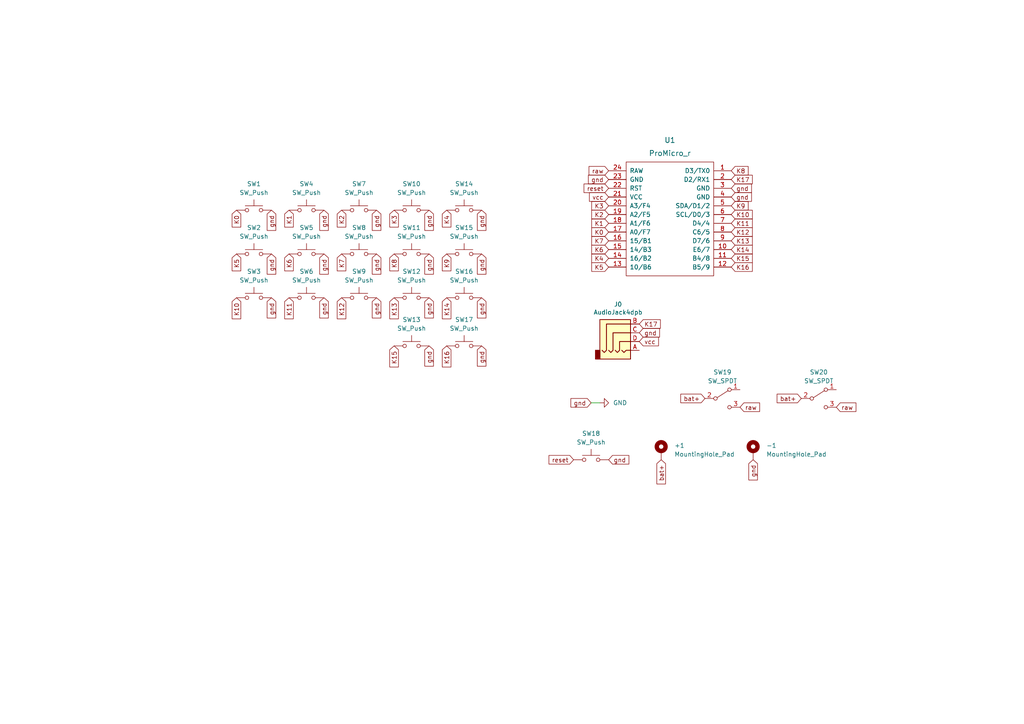
<source format=kicad_sch>
(kicad_sch (version 20210621) (generator eeschema)
  (paper "A4")
  (lib_symbols
    (symbol "Mechanical:MountingHole_Pad" (pin_numbers hide) (pin_names (offset 1.016) hide)
      (property "Reference" "H" (at 0 6.35 0))
      (property "Value" "MountingHole_Pad" (at 0 4.445 0))
      (symbol "MountingHole_Pad_0_1"
        (circle (center 0 1.27) (radius 1.27) (stroke (width 1.27)))
      )
      (symbol "MountingHole_Pad_1_1"
        (pin input line (at 0 -2.54 90) (length 2.54) (name "1") (number "1"))
      )
    )
    (symbol "Switch:SW_Push" (pin_numbers hide) (pin_names (offset 1.016) hide)
      (property "Reference" "SW" (at 1.27 2.54 0))
      (property "Value" "SW_Push" (at 0 -1.524 0))
      (symbol "SW_Push_0_1"
        (circle (center -2.032 0) (radius 0.508))
        (polyline (pts (xy 0 1.27) (xy 0 3.048)))
        (polyline (pts (xy 2.54 1.27) (xy -2.54 1.27)))
        (circle (center 2.032 0) (radius 0.508))
        (pin passive line (at -5.08 0 0) (length 2.54) (name "1") (number "1"))
        (pin passive line (at 5.08 0 180) (length 2.54) (name "2") (number "2"))
      )
    )
    (symbol "Switch:SW_SPDT" (pin_names (offset 0) hide)
      (property "Reference" "SW" (at 0 4.318 0))
      (property "Value" "SW_SPDT" (at 0 -5.08 0))
      (symbol "SW_SPDT_0_0"
        (circle (center -2.032 0) (radius 0.508))
        (circle (center 2.032 -2.54) (radius 0.508))
      )
      (symbol "SW_SPDT_0_1"
        (polyline (pts (xy -1.524 0.254) (xy 1.651 2.286)))
        (circle (center 2.032 2.54) (radius 0.508))
      )
      (symbol "SW_SPDT_1_1"
        (pin passive line (at 5.08 2.54 180) (length 2.54) (name "A") (number "1"))
        (pin passive line (at -5.08 0 0) (length 2.54) (name "B") (number "2"))
        (pin passive line (at 5.08 -2.54 180) (length 2.54) (name "C") (number "3"))
      )
    )
    (symbol "kbd:ProMicro_r" (pin_names (offset 1.016))
      (property "Reference" "U" (at 1.27 22.86 0))
      (property "Value" "ProMicro_r" (at 1.27 -15.24 0))
      (symbol "ProMicro_r_0_1"
        (rectangle (start 13.97 20.32) (end -11.43 -12.7))
      )
      (symbol "ProMicro_r_1_1"
        (pin bidirectional line (at 19.05 17.78 180) (length 5.08) (name "D3/TX0") (number "1"))
        (pin bidirectional line (at 19.05 -5.08 180) (length 5.08) (name "E6/7") (number "10"))
        (pin bidirectional line (at 19.05 -7.62 180) (length 5.08) (name "B4/8") (number "11"))
        (pin bidirectional line (at 19.05 -10.16 180) (length 5.08) (name "B5/9") (number "12"))
        (pin bidirectional line (at -16.51 -10.16 0) (length 5.08) (name "10/B6") (number "13"))
        (pin bidirectional line (at -16.51 -7.62 0) (length 5.08) (name "16/B2") (number "14"))
        (pin bidirectional line (at -16.51 -5.08 0) (length 5.08) (name "14/B3") (number "15"))
        (pin bidirectional line (at -16.51 -2.54 0) (length 5.08) (name "15/B1") (number "16"))
        (pin bidirectional line (at -16.51 0 0) (length 5.08) (name "A0/F7") (number "17"))
        (pin bidirectional line (at -16.51 2.54 0) (length 5.08) (name "A1/F6") (number "18"))
        (pin bidirectional line (at -16.51 5.08 0) (length 5.08) (name "A2/F5") (number "19"))
        (pin bidirectional line (at 19.05 15.24 180) (length 5.08) (name "D2/RX1") (number "2"))
        (pin bidirectional line (at -16.51 7.62 0) (length 5.08) (name "A3/F4") (number "20"))
        (pin power_in line (at -16.51 10.16 0) (length 5.08) (name "VCC") (number "21"))
        (pin input line (at -16.51 12.7 0) (length 5.08) (name "RST") (number "22"))
        (pin power_in line (at -16.51 15.24 0) (length 5.08) (name "GND") (number "23"))
        (pin power_out line (at -16.51 17.78 0) (length 5.08) (name "RAW") (number "24"))
        (pin power_in line (at 19.05 12.7 180) (length 5.08) (name "GND") (number "3"))
        (pin power_in line (at 19.05 10.16 180) (length 5.08) (name "GND") (number "4"))
        (pin bidirectional line (at 19.05 7.62 180) (length 5.08) (name "SDA/D1/2") (number "5"))
        (pin bidirectional line (at 19.05 5.08 180) (length 5.08) (name "SCL/D0/3") (number "6"))
        (pin bidirectional line (at 19.05 2.54 180) (length 5.08) (name "D4/4") (number "7"))
        (pin bidirectional line (at 19.05 0 180) (length 5.08) (name "C6/5") (number "8"))
        (pin bidirectional line (at 19.05 -2.54 180) (length 5.08) (name "D7/6") (number "9"))
      )
    )
    (symbol "power:GND" (power) (pin_names (offset 0))
      (property "Value" "GND" (at 0 -3.81 0))
      (symbol "GND_0_1"
        (polyline (pts (xy 0 0) (xy 0 -1.27) (xy 1.27 -1.27) (xy 0 -2.54) (xy -1.27 -1.27) (xy 0 -1.27)))
      )
      (symbol "GND_1_1"
        (pin power_in line (at 0 0 270) (length 0) hide (name "GND") (number "1"))
      )
    )
    (symbol "tokas_bp:AudioJack4dpb"
      (property "Reference" "J" (at 0 8.89 0))
      (property "Value" "tokas_bp_AudioJack4dpb" (at 0 6.35 0))
      (symbol "AudioJack4dpb_0_1"
        (rectangle (start -6.35 -5.08) (end -7.62 -7.62) (stroke (width 0.254)) (fill (type outline)))
        (polyline (pts (xy 0 -5.08) (xy 0.635 -5.715) (xy 1.27 -5.08) (xy 2.54 -5.08)) (stroke (width 0.254)))
        (polyline (pts (xy -5.715 -5.08) (xy -5.08 -5.715) (xy -4.445 -5.08) (xy -4.445 2.54) (xy 2.54 2.54)) (stroke (width 0.254)))
        (polyline (pts (xy -1.905 -5.08) (xy -1.27 -5.715) (xy -0.635 -5.08) (xy -0.635 -2.54) (xy 2.54 -2.54)) (stroke (width 0.254)))
        (polyline (pts (xy 2.54 0) (xy -2.54 0) (xy -2.54 -5.08) (xy -3.175 -5.715) (xy -3.81 -5.08)) (stroke (width 0.254)))
        (rectangle (start 2.54 3.81) (end -6.35 -7.62) (stroke (width 0.254)) (fill (type background)))
      )
      (symbol "AudioJack4dpb_1_1"
        (pin passive line (at 5.08 -5.08 180) (length 2.54) (name "~") (number "A"))
        (pin passive line (at 5.08 2.54 180) (length 2.54) (name "~") (number "B"))
        (pin passive line (at 5.08 0 180) (length 2.54) (name "~") (number "C"))
        (pin passive line (at 5.08 -2.54 180) (length 2.54) (name "~") (number "D"))
      )
    )
  )
  (wire (pts (xy 171.45 116.84) (xy 173.99 116.84)))
  (global_label "K1" (shape input) (at 176.53 64.77 180) (property "Intersheet References" "${INTERSHEET_REFS}" (effects hide)))
  (global_label "vcc" (shape input) (at 185.42 99.06 0) (property "Intersheet References" "${INTERSHEET_REFS}" (effects hide)))
  (global_label "K13" (shape input) (at 212.09 69.85 0) (property "Intersheet References" "${INTERSHEET_REFS}" (effects hide)))
  (global_label "gnd" (shape input) (at 78.74 60.96 270) (property "Intersheet References" "${INTERSHEET_REFS}" (effects hide)))
  (global_label "K3" (shape input) (at 176.53 59.69 180) (property "Intersheet References" "${INTERSHEET_REFS}" (effects hide)))
  (global_label "gnd" (shape input) (at 78.74 86.36 270) (property "Intersheet References" "${INTERSHEET_REFS}" (effects hide)))
  (global_label "K7" (shape input) (at 176.53 69.85 180) (property "Intersheet References" "${INTERSHEET_REFS}" (effects hide)))
  (global_label "gnd" (shape input) (at 93.98 60.96 270) (property "Intersheet References" "${INTERSHEET_REFS}" (effects hide)))
  (global_label "K9" (shape input) (at 212.09 59.69 0) (property "Intersheet References" "${INTERSHEET_REFS}" (effects hide)))
  (global_label "gnd" (shape input) (at 218.44 133.35 270) (property "Intersheet References" "${INTERSHEET_REFS}" (effects hide)))
  (global_label "gnd" (shape input) (at 78.74 73.66 270) (property "Intersheet References" "${INTERSHEET_REFS}" (effects hide)))
  (global_label "K0" (shape input) (at 68.58 60.96 270) (property "Intersheet References" "${INTERSHEET_REFS}" (effects hide)))
  (global_label "K0" (shape input) (at 176.53 67.31 180) (property "Intersheet References" "${INTERSHEET_REFS}" (effects hide)))
  (global_label "K9" (shape input) (at 129.54 73.66 270) (property "Intersheet References" "${INTERSHEET_REFS}" (effects hide)))
  (global_label "gnd" (shape input) (at 139.7 100.33 270) (property "Intersheet References" "${INTERSHEET_REFS}" (effects hide)))
  (global_label "bat+" (shape input) (at 204.47 115.57 180) (property "Intersheet References" "${INTERSHEET_REFS}" (effects hide)))
  (global_label "K10" (shape input) (at 68.58 86.36 270) (property "Intersheet References" "${INTERSHEET_REFS}" (effects hide)))
  (global_label "gnd" (shape input) (at 212.09 57.15 0) (property "Intersheet References" "${INTERSHEET_REFS}" (effects hide)))
  (global_label "K10" (shape input) (at 212.09 62.23 0) (property "Intersheet References" "${INTERSHEET_REFS}" (effects hide)))
  (global_label "gnd" (shape input) (at 124.46 60.96 270) (property "Intersheet References" "${INTERSHEET_REFS}" (effects hide)))
  (global_label "gnd" (shape input) (at 93.98 86.36 270) (property "Intersheet References" "${INTERSHEET_REFS}" (effects hide)))
  (global_label "reset" (shape input) (at 176.53 54.61 180) (property "Intersheet References" "${INTERSHEET_REFS}" (effects hide)))
  (global_label "gnd" (shape input) (at 109.22 86.36 270) (property "Intersheet References" "${INTERSHEET_REFS}" (effects hide)))
  (global_label "K2" (shape input) (at 176.53 62.23 180) (property "Intersheet References" "${INTERSHEET_REFS}" (effects hide)))
  (global_label "K12" (shape input) (at 99.06 86.36 270) (property "Intersheet References" "${INTERSHEET_REFS}" (effects hide)))
  (global_label "gnd" (shape input) (at 124.46 73.66 270) (property "Intersheet References" "${INTERSHEET_REFS}" (effects hide)))
  (global_label "reset" (shape input) (at 166.37 133.35 180) (property "Intersheet References" "${INTERSHEET_REFS}" (effects hide)))
  (global_label "K5" (shape input) (at 176.53 77.47 180) (property "Intersheet References" "${INTERSHEET_REFS}" (effects hide)))
  (global_label "K2" (shape input) (at 99.06 60.96 270) (property "Intersheet References" "${INTERSHEET_REFS}" (effects hide)))
  (global_label "K17" (shape input) (at 212.09 52.07 0) (property "Intersheet References" "${INTERSHEET_REFS}" (effects hide)))
  (global_label "K17" (shape input) (at 185.42 93.98 0) (property "Intersheet References" "${INTERSHEET_REFS}" (effects hide)))
  (global_label "K13" (shape input) (at 114.3 86.36 270) (property "Intersheet References" "${INTERSHEET_REFS}" (effects hide)))
  (global_label "bat+" (shape input) (at 232.41 115.57 180) (property "Intersheet References" "${INTERSHEET_REFS}" (effects hide)))
  (global_label "gnd" (shape input) (at 109.22 60.96 270) (property "Intersheet References" "${INTERSHEET_REFS}" (effects hide)))
  (global_label "K15" (shape input) (at 114.3 100.33 270) (property "Intersheet References" "${INTERSHEET_REFS}" (effects hide)))
  (global_label "K16" (shape input) (at 212.09 77.47 0) (property "Intersheet References" "${INTERSHEET_REFS}" (effects hide)))
  (global_label "K12" (shape input) (at 212.09 67.31 0) (property "Intersheet References" "${INTERSHEET_REFS}" (effects hide)))
  (global_label "K11" (shape input) (at 83.82 86.36 270) (property "Intersheet References" "${INTERSHEET_REFS}" (effects hide)))
  (global_label "gnd" (shape input) (at 171.45 116.84 180) (property "Intersheet References" "${INTERSHEET_REFS}" (effects hide)))
  (global_label "gnd" (shape input) (at 176.53 133.35 0) (property "Intersheet References" "${INTERSHEET_REFS}" (effects hide)))
  (global_label "K7" (shape input) (at 99.06 73.66 270) (property "Intersheet References" "${INTERSHEET_REFS}" (effects hide)))
  (global_label "K6" (shape input) (at 176.53 72.39 180) (property "Intersheet References" "${INTERSHEET_REFS}" (effects hide)))
  (global_label "raw" (shape input) (at 176.53 49.53 180) (property "Intersheet References" "${INTERSHEET_REFS}" (effects hide)))
  (global_label "K14" (shape input) (at 129.54 86.36 270) (property "Intersheet References" "${INTERSHEET_REFS}" (effects hide)))
  (global_label "K15" (shape input) (at 212.09 74.93 0) (property "Intersheet References" "${INTERSHEET_REFS}" (effects hide)))
  (global_label "gnd" (shape input) (at 109.22 73.66 270) (property "Intersheet References" "${INTERSHEET_REFS}" (effects hide)))
  (global_label "bat+" (shape input) (at 191.77 133.35 270) (property "Intersheet References" "${INTERSHEET_REFS}" (effects hide)))
  (global_label "K8" (shape input) (at 212.09 49.53 0) (property "Intersheet References" "${INTERSHEET_REFS}" (effects hide)))
  (global_label "gnd" (shape input) (at 93.98 73.66 270) (property "Intersheet References" "${INTERSHEET_REFS}" (effects hide)))
  (global_label "K5" (shape input) (at 68.58 73.66 270) (property "Intersheet References" "${INTERSHEET_REFS}" (effects hide)))
  (global_label "K6" (shape input) (at 83.82 73.66 270) (property "Intersheet References" "${INTERSHEET_REFS}" (effects hide)))
  (global_label "K14" (shape input) (at 212.09 72.39 0) (property "Intersheet References" "${INTERSHEET_REFS}" (effects hide)))
  (global_label "K11" (shape input) (at 212.09 64.77 0) (property "Intersheet References" "${INTERSHEET_REFS}" (effects hide)))
  (global_label "gnd" (shape input) (at 185.42 96.52 0) (property "Intersheet References" "${INTERSHEET_REFS}" (effects hide)))
  (global_label "gnd" (shape input) (at 212.09 54.61 0) (property "Intersheet References" "${INTERSHEET_REFS}" (effects hide)))
  (global_label "gnd" (shape input) (at 124.46 86.36 270) (property "Intersheet References" "${INTERSHEET_REFS}" (effects hide)))
  (global_label "gnd" (shape input) (at 176.53 52.07 180) (property "Intersheet References" "${INTERSHEET_REFS}" (effects hide)))
  (global_label "K3" (shape input) (at 114.3 60.96 270) (property "Intersheet References" "${INTERSHEET_REFS}" (effects hide)))
  (global_label "gnd" (shape input) (at 124.46 100.33 270) (property "Intersheet References" "${INTERSHEET_REFS}" (effects hide)))
  (global_label "gnd" (shape input) (at 139.7 73.66 270) (property "Intersheet References" "${INTERSHEET_REFS}" (effects hide)))
  (global_label "raw" (shape input) (at 214.63 118.11 0) (property "Intersheet References" "${INTERSHEET_REFS}" (effects hide)))
  (global_label "gnd" (shape input) (at 139.7 60.96 270) (property "Intersheet References" "${INTERSHEET_REFS}" (effects hide)))
  (global_label "raw" (shape input) (at 242.57 118.11 0) (property "Intersheet References" "${INTERSHEET_REFS}" (effects hide)))
  (global_label "K4" (shape input) (at 129.54 60.96 270) (property "Intersheet References" "${INTERSHEET_REFS}" (effects hide)))
  (global_label "vcc" (shape input) (at 176.53 57.15 180) (property "Intersheet References" "${INTERSHEET_REFS}" (effects hide)))
  (global_label "gnd" (shape input) (at 139.7 86.36 270) (property "Intersheet References" "${INTERSHEET_REFS}" (effects hide)))
  (global_label "K1" (shape input) (at 83.82 60.96 270) (property "Intersheet References" "${INTERSHEET_REFS}" (effects hide)))
  (global_label "K4" (shape input) (at 176.53 74.93 180) (property "Intersheet References" "${INTERSHEET_REFS}" (effects hide)))
  (global_label "K16" (shape input) (at 129.54 100.33 270) (property "Intersheet References" "${INTERSHEET_REFS}" (effects hide)))
  (global_label "K8" (shape input) (at 114.3 73.66 270) (property "Intersheet References" "${INTERSHEET_REFS}" (effects hide)))
  (symbol (lib_id "Switch:SW_Push") (at 134.62 73.66 0) (unit 1)
    (property "Reference" "SW15" (at 134.62 66.04 0))
    (property "Value" "SW_Push" (at 134.62 68.58 0))
    (property "Footprint" "keyswitches:Kailh_socket_PG1350_optional_reversible" (effects hide))
  )
  (symbol (lib_id "Switch:SW_Push") (at 88.9 86.36 0) (unit 1)
    (property "Reference" "SW6" (at 88.9 78.74 0))
    (property "Value" "SW_Push" (at 88.9 81.28 0))
    (property "Footprint" "keyswitches:Kailh_socket_PG1350_optional_reversible" (effects hide))
  )
  (symbol (lib_id "Switch:SW_Push") (at 88.9 73.66 0) (unit 1)
    (property "Reference" "SW5" (at 88.9 66.04 0))
    (property "Value" "SW_Push" (at 88.9 68.58 0))
    (property "Footprint" "keyswitches:Kailh_socket_PG1350_optional_reversible" (effects hide))
  )
  (symbol (lib_id "Switch:SW_Push") (at 171.45 133.35 0) (unit 1)
    (property "Reference" "SW18" (at 171.45 125.73 0))
    (property "Value" "SW_Push" (at 171.45 128.27 0))
    (property "Footprint" "kbd:ResetSW" (effects hide))
  )
  (symbol (lib_id "Switch:SW_SPDT") (at 209.55 115.57 0) (unit 1)
    (property "Reference" "SW19" (at 209.55 107.95 0))
    (property "Value" "SW_SPDT" (at 209.55 110.49 0))
    (property "Footprint" "Button_Switch_SMD:SW_SPDT_PCM12" (effects hide))
  )
  (symbol (lib_id "Switch:SW_Push") (at 73.66 86.36 0) (unit 1)
    (property "Reference" "SW3" (at 73.66 78.74 0))
    (property "Value" "SW_Push" (at 73.66 81.28 0))
    (property "Footprint" "keyswitches:Kailh_socket_PG1350_optional_reversible" (effects hide))
  )
  (symbol (lib_id "tokas_bp:AudioJack4dpb") (at 180.34 96.52 0) (unit 1)
    (property "Reference" "J0" (at 179.2478 88.265 0))
    (property "Value" "AudioJack4dpb" (at 179.2478 90.5764 0))
    (property "Footprint" "kbd:MJ-4PP-9" (effects hide))
  )
  (symbol (lib_id "Switch:SW_Push") (at 73.66 60.96 0) (unit 1)
    (property "Reference" "SW1" (at 73.66 53.34 0))
    (property "Value" "SW_Push" (at 73.66 55.88 0))
    (property "Footprint" "keyswitches:Kailh_socket_PG1350_optional_reversible" (effects hide))
  )
  (symbol (lib_id "Switch:SW_Push") (at 134.62 100.33 0) (unit 1)
    (property "Reference" "SW17" (at 134.62 92.71 0))
    (property "Value" "SW_Push" (at 134.62 95.25 0))
    (property "Footprint" "keyswitches:Kailh_socket_PG1350_optional_reversible" (effects hide))
  )
  (symbol (lib_id "Switch:SW_Push") (at 73.66 73.66 0) (unit 1)
    (property "Reference" "SW2" (at 73.66 66.04 0))
    (property "Value" "SW_Push" (at 73.66 68.58 0))
    (property "Footprint" "keyswitches:Kailh_socket_PG1350_optional_reversible" (effects hide))
  )
  (symbol (lib_id "Switch:SW_Push") (at 134.62 60.96 0) (unit 1)
    (property "Reference" "SW14" (at 134.62 53.34 0))
    (property "Value" "SW_Push" (at 134.62 55.88 0))
    (property "Footprint" "keyswitches:Kailh_socket_PG1350_optional_reversible" (effects hide))
  )
  (symbol (lib_id "Switch:SW_Push") (at 104.14 73.66 0) (unit 1)
    (property "Reference" "SW8" (at 104.14 66.04 0))
    (property "Value" "SW_Push" (at 104.14 68.58 0))
    (property "Footprint" "keyswitches:Kailh_socket_PG1350_optional_reversible" (effects hide))
  )
  (symbol (lib_id "Switch:SW_Push") (at 119.38 100.33 0) (unit 1)
    (property "Reference" "SW13" (at 119.38 92.71 0))
    (property "Value" "SW_Push" (at 119.38 95.25 0))
    (property "Footprint" "keyswitches:Kailh_socket_PG1350_optional_reversible" (effects hide))
  )
  (symbol (lib_id "Mechanical:MountingHole_Pad") (at 218.44 130.81 0) (unit 1)
    (property "Reference" "-1" (at 222.25 129.2224 0) (effects (justify left)))
    (property "Value" "MountingHole_Pad" (at 222.25 131.7624 0) (effects (justify left)))
    (property "Footprint" "kbd:1pin_conn" (effects hide))
  )
  (symbol (lib_id "Switch:SW_Push") (at 104.14 60.96 0) (unit 1)
    (property "Reference" "SW7" (at 104.14 53.34 0))
    (property "Value" "SW_Push" (at 104.14 55.88 0))
    (property "Footprint" "keyswitches:Kailh_socket_PG1350_optional_reversible" (effects hide))
  )
  (symbol (lib_id "power:GND") (at 173.99 116.84 90) (unit 1)
    (property "Reference" "#PWR0101" (effects hide))
    (property "Value" "GND" (at 177.8 116.8399 90) (effects (justify right)))
  )
  (symbol (lib_id "Switch:SW_Push") (at 119.38 60.96 0) (unit 1)
    (property "Reference" "SW10" (at 119.38 53.34 0))
    (property "Value" "SW_Push" (at 119.38 55.88 0))
    (property "Footprint" "keyswitches:Kailh_socket_PG1350_optional_reversible" (effects hide))
  )
  (symbol (lib_id "Switch:SW_Push") (at 88.9 60.96 0) (unit 1)
    (property "Reference" "SW4" (at 88.9 53.34 0))
    (property "Value" "SW_Push" (at 88.9 55.88 0))
    (property "Footprint" "keyswitches:Kailh_socket_PG1350_optional_reversible" (effects hide))
  )
  (symbol (lib_id "Switch:SW_SPDT") (at 237.49 115.57 0) (unit 1)
    (property "Reference" "SW20" (at 237.49 107.95 0))
    (property "Value" "SW_SPDT" (at 237.49 110.49 0))
    (property "Footprint" "Button_Switch_SMD:SW_SPDT_PCM12" (effects hide))
  )
  (symbol (lib_id "kbd:ProMicro_r") (at 193.04 67.31 0) (unit 1)
    (property "Reference" "U1" (at 194.31 40.64 0) (effects (font (size 1.524 1.524))))
    (property "Value" "ProMicro_r" (at 194.31 44.45 0) (effects (font (size 1.524 1.524))))
    (property "Footprint" "kbd:ProMicro_v3.5" (effects hide))
  )
  (symbol (lib_id "Switch:SW_Push") (at 104.14 86.36 0) (unit 1)
    (property "Reference" "SW9" (at 104.14 78.74 0))
    (property "Value" "SW_Push" (at 104.14 81.28 0))
    (property "Footprint" "keyswitches:Kailh_socket_PG1350_optional_reversible" (effects hide))
  )
  (symbol (lib_id "Switch:SW_Push") (at 134.62 86.36 0) (unit 1)
    (property "Reference" "SW16" (at 134.62 78.74 0))
    (property "Value" "SW_Push" (at 134.62 81.28 0))
    (property "Footprint" "keyswitches:Kailh_socket_PG1350_optional_reversible" (effects hide))
  )
  (symbol (lib_id "Switch:SW_Push") (at 119.38 73.66 0) (unit 1)
    (property "Reference" "SW11" (at 119.38 66.04 0))
    (property "Value" "SW_Push" (at 119.38 68.58 0))
    (property "Footprint" "keyswitches:Kailh_socket_PG1350_optional_reversible" (effects hide))
  )
  (symbol (lib_id "Switch:SW_Push") (at 119.38 86.36 0) (unit 1)
    (property "Reference" "SW12" (at 119.38 78.74 0))
    (property "Value" "SW_Push" (at 119.38 81.28 0))
    (property "Footprint" "keyswitches:Kailh_socket_PG1350_optional_reversible" (effects hide))
  )
  (symbol (lib_id "Mechanical:MountingHole_Pad") (at 191.77 130.81 0) (unit 1)
    (property "Reference" "+1" (at 195.58 129.2224 0) (effects (justify left)))
    (property "Value" "MountingHole_Pad" (at 195.58 131.7624 0) (effects (justify left)))
    (property "Footprint" "kbd:1pin_conn" (effects hide))
  )
)
</source>
